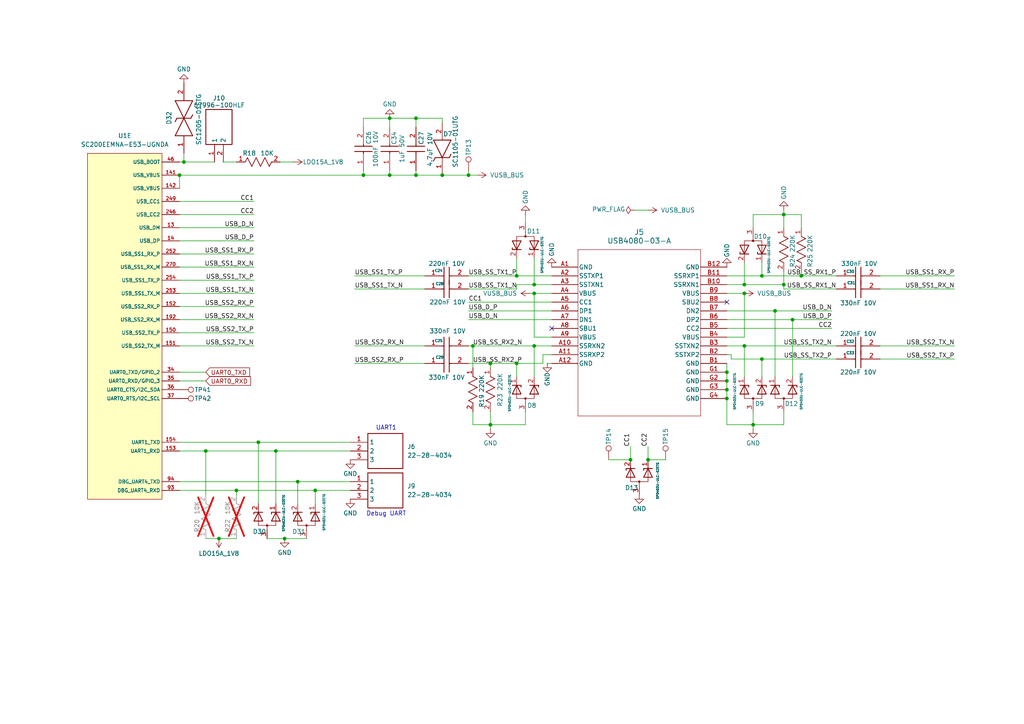
<source format=kicad_sch>
(kicad_sch (version 20250114) (generator "eeschema") (generator_version "9.0")
  (paper "A4")
  (title_block (title "USB & UARTs") (date "2025-10-07") (rev "v1.0") (company "Author: Mehmet Cihangir") (comment 1 "CamTracker"))
  (text "Debug UART" (at 112.014 149.098 0) (effects (font (size 1.27 1.27))))
  (text "UART1" (at 112.014 124.206 0) (effects (font (size 1.27 1.27))))
  (junction (at 120.65 34.29))
  (junction (at 215.9 82.55))
  (junction (at 218.44 123.19))
  (junction (at 210.82 110.49))
  (junction (at 210.82 113.03))
  (junction (at 227.33 82.55))
  (junction (at 68.58 142.24))
  (junction (at 59.69 130.81))
  (junction (at 53.34 46.99))
  (junction (at 232.41 80.01))
  (junction (at 149.86 80.01))
  (junction (at 113.03 34.29))
  (junction (at 215.9 100.33))
  (junction (at 149.86 105.41))
  (junction (at 80.01 130.81))
  (junction (at 142.24 105.41))
  (junction (at 224.79 90.17))
  (junction (at 154.94 85.09))
  (junction (at 63.5 156.21))
  (junction (at 229.87 92.71))
  (junction (at 142.24 123.19))
  (junction (at 113.03 50.8))
  (junction (at 91.44 142.24))
  (junction (at 105.41 50.8))
  (junction (at 154.94 82.55))
  (junction (at 86.36 139.7))
  (junction (at 137.16 100.33))
  (junction (at 220.98 104.14))
  (junction (at 215.9 85.09))
  (junction (at 227.33 62.23))
  (junction (at 128.27 50.8))
  (junction (at 220.98 80.01))
  (junction (at 210.82 115.57))
  (junction (at 135.89 50.8))
  (junction (at 182.88 133.35))
  (junction (at 82.55 156.21))
  (junction (at 154.94 100.33))
  (junction (at 120.65 50.8))
  (junction (at 210.82 107.95))
  (junction (at 52.07 50.8))
  (junction (at 187.96 133.35))
  (junction (at 74.93 128.27))
  (no_connect (at 210.82 87.63))
  (no_connect (at 160.02 95.25))
  (wire (pts (xy 105.41 36.83) (xy 105.41 34.29)))
  (wire (pts (xy 135.89 50.8) (xy 138.43 50.8)))
  (wire (pts (xy 154.94 100.33) (xy 160.02 100.33)))
  (wire (pts (xy 227.33 78.74) (xy 227.33 82.55)))
  (wire (pts (xy 215.9 100.33) (xy 242.57 100.33)))
  (wire (pts (xy 215.9 97.79) (xy 215.9 85.09)))
  (wire (pts (xy 52.07 77.47) (xy 73.66 77.47)))
  (wire (pts (xy 220.98 80.01) (xy 232.41 80.01)))
  (wire (pts (xy 59.69 130.81) (xy 59.69 143.51)))
  (wire (pts (xy 218.44 62.23) (xy 227.33 62.23)))
  (wire (pts (xy 255.27 104.14) (xy 276.86 104.14)))
  (wire (pts (xy 52.07 88.9) (xy 73.66 88.9)))
  (wire (pts (xy 105.41 50.8) (xy 113.03 50.8)))
  (wire (pts (xy 120.65 34.29) (xy 128.27 34.29)))
  (wire (pts (xy 160.02 82.55) (xy 154.94 82.55)))
  (wire (pts (xy 149.86 105.41) (xy 157.48 105.41)))
  (wire (pts (xy 149.86 105.41) (xy 149.86 109.22)))
  (wire (pts (xy 160.02 97.79) (xy 154.94 97.79)))
  (wire (pts (xy 142.24 123.19) (xy 152.4 123.19)))
  (wire (pts (xy 227.33 82.55) (xy 227.33 83.82)))
  (wire (pts (xy 52.07 85.09) (xy 73.66 85.09)))
  (wire (pts (xy 232.41 80.01) (xy 242.57 80.01)))
  (wire (pts (xy 154.94 85.09) (xy 160.02 85.09)))
  (wire (pts (xy 102.87 100.33) (xy 123.19 100.33)))
  (wire (pts (xy 232.41 78.74) (xy 232.41 80.01)))
  (wire (pts (xy 154.94 74.93) (xy 154.94 82.55)))
  (wire (pts (xy 52.07 100.33) (xy 73.66 100.33)))
  (wire (pts (xy 227.33 60.96) (xy 227.33 62.23)))
  (wire (pts (xy 77.47 156.21) (xy 82.55 156.21)))
  (wire (pts (xy 135.89 90.17) (xy 160.02 90.17)))
  (wire (pts (xy 210.82 107.95) (xy 210.82 105.41)))
  (wire (pts (xy 52.07 142.24) (xy 68.58 142.24)))
  (wire (pts (xy 142.24 105.41) (xy 149.86 105.41)))
  (wire (pts (xy 152.4 62.23) (xy 152.4 64.77)))
  (wire (pts (xy 52.07 69.85) (xy 73.66 69.85)))
  (wire (pts (xy 52.07 66.04) (xy 73.66 66.04)))
  (wire (pts (xy 210.82 97.79) (xy 215.9 97.79)))
  (wire (pts (xy 149.86 83.82) (xy 135.89 83.82)))
  (wire (pts (xy 218.44 119.38) (xy 218.44 123.19)))
  (wire (pts (xy 227.33 83.82) (xy 242.57 83.82)))
  (wire (pts (xy 187.96 133.35) (xy 193.04 133.35)))
  (wire (pts (xy 160.02 102.87) (xy 157.48 102.87)))
  (wire (pts (xy 91.44 142.24) (xy 91.44 146.05)))
  (wire (pts (xy 153.67 85.09) (xy 154.94 85.09)))
  (wire (pts (xy 52.07 96.52) (xy 73.66 96.52)))
  (wire (pts (xy 255.27 100.33) (xy 276.86 100.33)))
  (wire (pts (xy 210.82 95.25) (xy 241.3 95.25)))
  (wire (pts (xy 142.24 119.38) (xy 142.24 123.19)))
  (wire (pts (xy 142.24 105.41) (xy 142.24 106.68)))
  (wire (pts (xy 184.15 60.96) (xy 187.96 60.96)))
  (wire (pts (xy 102.87 80.01) (xy 123.19 80.01)))
  (wire (pts (xy 52.07 139.7) (xy 86.36 139.7)))
  (wire (pts (xy 210.82 85.09) (xy 215.9 85.09)))
  (wire (pts (xy 53.34 44.45) (xy 53.34 46.99)))
  (wire (pts (xy 86.36 139.7) (xy 101.6 139.7)))
  (wire (pts (xy 176.53 133.35) (xy 182.88 133.35)))
  (wire (pts (xy 52.07 62.23) (xy 73.66 62.23)))
  (wire (pts (xy 137.16 123.19) (xy 142.24 123.19)))
  (wire (pts (xy 224.79 90.17) (xy 224.79 109.22)))
  (wire (pts (xy 105.41 34.29) (xy 113.03 34.29)))
  (wire (pts (xy 52.07 58.42) (xy 73.66 58.42)))
  (wire (pts (xy 120.65 50.8) (xy 128.27 50.8)))
  (wire (pts (xy 105.41 49.53) (xy 105.41 50.8)))
  (wire (pts (xy 52.07 110.49) (xy 59.69 110.49)))
  (wire (pts (xy 210.82 123.19) (xy 210.82 115.57)))
  (wire (pts (xy 154.94 97.79) (xy 154.94 85.09)))
  (wire (pts (xy 210.82 82.55) (xy 215.9 82.55)))
  (wire (pts (xy 113.03 34.29) (xy 120.65 34.29)))
  (wire (pts (xy 137.16 119.38) (xy 137.16 123.19)))
  (wire (pts (xy 120.65 49.53) (xy 120.65 50.8)))
  (wire (pts (xy 149.86 80.01) (xy 160.02 80.01)))
  (wire (pts (xy 64.77 46.99) (xy 68.58 46.99)))
  (wire (pts (xy 215.9 76.2) (xy 215.9 82.55)))
  (wire (pts (xy 113.03 50.8) (xy 120.65 50.8)))
  (wire (pts (xy 135.89 105.41) (xy 142.24 105.41)))
  (wire (pts (xy 68.58 142.24) (xy 91.44 142.24)))
  (wire (pts (xy 52.07 73.66) (xy 73.66 73.66)))
  (wire (pts (xy 102.87 105.41) (xy 123.19 105.41)))
  (wire (pts (xy 210.82 100.33) (xy 215.9 100.33)))
  (wire (pts (xy 255.27 83.82) (xy 276.86 83.82)))
  (wire (pts (xy 210.82 92.71) (xy 229.87 92.71)))
  (wire (pts (xy 80.01 130.81) (xy 80.01 146.05)))
  (wire (pts (xy 63.5 156.21) (xy 68.58 156.21)))
  (wire (pts (xy 210.82 102.87) (xy 212.09 102.87)))
  (wire (pts (xy 215.9 100.33) (xy 215.9 109.22)))
  (wire (pts (xy 149.86 82.55) (xy 154.94 82.55)))
  (wire (pts (xy 255.27 80.01) (xy 276.86 80.01)))
  (wire (pts (xy 86.36 139.7) (xy 86.36 146.05)))
  (wire (pts (xy 218.44 123.19) (xy 218.44 124.46)))
  (wire (pts (xy 113.03 49.53) (xy 113.03 50.8)))
  (wire (pts (xy 210.82 113.03) (xy 210.82 110.49)))
  (wire (pts (xy 52.07 46.99) (xy 53.34 46.99)))
  (wire (pts (xy 59.69 130.81) (xy 80.01 130.81)))
  (wire (pts (xy 210.82 123.19) (xy 218.44 123.19)))
  (wire (pts (xy 74.93 128.27) (xy 101.6 128.27)))
  (wire (pts (xy 227.33 119.38) (xy 227.33 123.19)))
  (wire (pts (xy 135.89 49.53) (xy 135.89 50.8)))
  (wire (pts (xy 135.89 100.33) (xy 137.16 100.33)))
  (wire (pts (xy 120.65 34.29) (xy 120.65 36.83)))
  (wire (pts (xy 59.69 156.21) (xy 63.5 156.21)))
  (wire (pts (xy 215.9 82.55) (xy 227.33 82.55)))
  (wire (pts (xy 210.82 110.49) (xy 210.82 107.95)))
  (wire (pts (xy 102.87 83.82) (xy 123.19 83.82)))
  (wire (pts (xy 74.93 128.27) (xy 74.93 146.05)))
  (wire (pts (xy 220.98 104.14) (xy 242.57 104.14)))
  (wire (pts (xy 212.09 104.14) (xy 220.98 104.14)))
  (wire (pts (xy 224.79 90.17) (xy 241.3 90.17)))
  (wire (pts (xy 182.88 129.54) (xy 182.88 133.35)))
  (wire (pts (xy 128.27 35.56) (xy 128.27 34.29)))
  (wire (pts (xy 158.75 105.41) (xy 160.02 105.41)))
  (wire (pts (xy 227.33 62.23) (xy 227.33 66.04)))
  (wire (pts (xy 210.82 115.57) (xy 210.82 113.03)))
  (wire (pts (xy 149.86 74.93) (xy 149.86 80.01)))
  (wire (pts (xy 91.44 142.24) (xy 101.6 142.24)))
  (wire (pts (xy 52.07 128.27) (xy 74.93 128.27)))
  (wire (pts (xy 227.33 62.23) (xy 232.41 62.23)))
  (wire (pts (xy 82.55 156.21) (xy 88.9 156.21)))
  (wire (pts (xy 232.41 62.23) (xy 232.41 66.04)))
  (wire (pts (xy 227.33 123.19) (xy 218.44 123.19)))
  (wire (pts (xy 229.87 92.71) (xy 241.3 92.71)))
  (wire (pts (xy 135.89 92.71) (xy 160.02 92.71)))
  (wire (pts (xy 149.86 82.55) (xy 149.86 83.82)))
  (wire (pts (xy 135.89 80.01) (xy 149.86 80.01)))
  (wire (pts (xy 52.07 50.8) (xy 52.07 54.61)))
  (wire (pts (xy 154.94 100.33) (xy 154.94 109.22)))
  (wire (pts (xy 187.96 129.54) (xy 187.96 133.35)))
  (wire (pts (xy 68.58 142.24) (xy 68.58 143.51)))
  (wire (pts (xy 53.34 46.99) (xy 62.23 46.99)))
  (wire (pts (xy 229.87 92.71) (xy 229.87 109.22)))
  (wire (pts (xy 220.98 76.2) (xy 220.98 80.01)))
  (wire (pts (xy 220.98 104.14) (xy 220.98 109.22)))
  (wire (pts (xy 152.4 119.38) (xy 152.4 123.19)))
  (wire (pts (xy 142.24 124.46) (xy 142.24 123.19)))
  (wire (pts (xy 52.07 81.28) (xy 73.66 81.28)))
  (wire (pts (xy 113.03 34.29) (xy 113.03 36.83)))
  (wire (pts (xy 52.07 107.95) (xy 59.69 107.95)))
  (wire (pts (xy 218.44 66.04) (xy 218.44 62.23)))
  (wire (pts (xy 52.07 130.81) (xy 59.69 130.81)))
  (wire (pts (xy 210.82 90.17) (xy 224.79 90.17)))
  (wire (pts (xy 80.01 130.81) (xy 101.6 130.81)))
  (wire (pts (xy 128.27 50.8) (xy 135.89 50.8)))
  (wire (pts (xy 52.07 92.71) (xy 73.66 92.71)))
  (wire (pts (xy 210.82 80.01) (xy 220.98 80.01)))
  (wire (pts (xy 137.16 100.33) (xy 137.16 106.68)))
  (wire (pts (xy 212.09 102.87) (xy 212.09 104.14)))
  (wire (pts (xy 157.48 102.87) (xy 157.48 105.41)))
  (wire (pts (xy 81.28 46.99) (xy 85.09 46.99)))
  (wire (pts (xy 137.16 100.33) (xy 154.94 100.33)))
  (wire (pts (xy 135.89 87.63) (xy 160.02 87.63)))
  (wire (pts (xy 52.07 50.8) (xy 105.41 50.8)))
  (label "USB_SS1_RX_N" (at 73.66 77.47 180))
  (label "CC1" (at 73.66 58.42 180))
  (label "USB_SS_TX1_N" (at 135.89 83.82 0))
  (label "USB_SS2_TX_P" (at 276.86 104.14 180))
  (label "USB_SS1_TX_N" (at 102.87 83.82 0))
  (label "USB_SS1_RX_N" (at 276.86 83.82 180))
  (label "USB_SS2_RX_N" (at 102.87 100.33 0))
  (label "USB_D_N" (at 135.89 92.71 0))
  (label "USB_D_P" (at 73.66 69.85 180))
  (label "USB_SS1_TX_N" (at 73.66 85.09 180))
  (label "USB_SS2_RX_P" (at 73.66 88.9 180))
  (label "USB_SS_RX2_P" (at 137.16 105.41 0))
  (label "CC2" (at 187.96 129.54 90))
  (label "USB_SS2_TX_P" (at 73.66 96.52 180))
  (label "USB_SS2_RX_P" (at 102.87 105.41 0))
  (label "USB_SS1_TX_P" (at 102.87 80.01 0))
  (label "USB_SS_TX1_P" (at 135.89 80.01 0))
  (label "USB_SS2_TX_N" (at 276.86 100.33 180))
  (label "USB_D_N" (at 73.66 66.04 180))
  (label "USB_SS_RX2_N" (at 137.16 100.33 0))
  (label "USB_D_N" (at 241.3 90.17 180))
  (label "USB_SS_TX2_N" (at 241.3 100.33 180))
  (label "USB_SS_RX1_P" (at 242.57 80.01 180))
  (label "USB_D_P" (at 135.89 90.17 0))
  (label "USB_SS1_RX_P" (at 73.66 73.66 180))
  (label "USB_D_P" (at 241.3 92.71 180))
  (label "USB_SS_TX2_P" (at 241.3 104.14 180))
  (label "USB_SS2_RX_N" (at 73.66 92.71 180))
  (label "USB_SS1_TX_P" (at 73.66 81.28 180))
  (label "CC1" (at 182.88 129.54 90))
  (label "CC2" (at 73.66 62.23 180))
  (label "CC1" (at 135.89 87.63 0))
  (label "CC2" (at 241.3 95.25 180))
  (label "USB_SS2_TX_N" (at 73.66 100.33 180))
  (label "USB_SS1_RX_P" (at 276.86 80.01 180))
  (label "USB_SS_RX1_N" (at 242.57 83.82 180))
  (global_label "UART0_RXD" (shape input) (at 59.69 110.49 0) (property "Intersheetrefs" "${INTERSHEET_REFS}" (effects (hide yes))))
  (global_label "UART0_TXD" (shape input) (at 59.69 107.95 0) (property "Intersheetrefs" "${INTERSHEET_REFS}" (effects (hide yes))))
  (symbol (lib_id "000MCLib:SP0402U-ULC-02ETG") (at 152.4 69.85 180) (unit 1)
    (property "Reference" "D11" (at 156.718 67.056 0) (effects (justify left)))
    (property "Value" "SP0402U-ULC-02ETG" (at 157.226 68.58 90) (effects (font (size 0.635 0.635)) (justify left)))
    (property "Footprint" "000MCLib:SESD0402Q2UG0020090" (effects (hide yes)))
    (property "Datasheet" "https://componentsearchengine.com/Datasheets/1/SP0402U-ULC-02ETG.pdf" (effects (hide yes)))
    (property "Description" "ESD Suppressors / TVS Diodes 5V .2pF 20kV 2CH" (effects (hide yes)))
    (property "Manufacturer" "LITTELFUSE" (effects (hide yes)))
    (property "Part Number" "SP0402U-ULC-02ETG" (effects (hide yes)))
  )
  (symbol (lib_id "000MCLib:RC0402FR-07220KL") (at 137.16 113.03 90) (unit 1)
    (property "Reference" "R19" (at 139.7 114.3 0) (effects (justify right)))
    (property "Value" "220K" (at 139.7 108.712 0) (effects (justify right)))
    (property "Footprint" "000MCLib:RC0402N_YAG" (effects (hide yes)))
    (property "Description" "Resistor 220K 1/16W CH0402" (effects (hide yes)))
    (property "Manufacturer" "YAGEO" (effects (hide yes)))
    (property "Part Number" "RC0402FR-07220KL" (effects (hide yes)))
  )
  (symbol (lib_id "power:GND") (at 158.75 105.41 0) (unit 1)
    (property "Reference" "#PWR036" (effects (hide yes)))
    (property "Value" "GND" (at 158.75 109.982 90))
    (property "Description" "Power symbol creates a global label with name \"GND\" , ground" (effects (hide yes)))
  )
  (symbol (lib_id "000MCLib:SP0402U-ULC-02ETG") (at 185.42 138.43 0) (mirror y) (unit 1)
    (property "Reference" "D13" (at 185.166 141.478 0) (effects (justify left)))
    (property "Value" "SP0402U-ULC-02ETG" (at 190.754 144.78 90) (effects (font (size 0.635 0.635)) (justify left)))
    (property "Footprint" "000MCLib:SESD0402Q2UG0020090" (effects (hide yes)))
    (property "Datasheet" "https://componentsearchengine.com/Datasheets/1/SP0402U-ULC-02ETG.pdf" (effects (hide yes)))
    (property "Description" "ESD Suppressors / TVS Diodes 5V .2pF 20kV 2CH" (effects (hide yes)))
    (property "Manufacturer" "LITTELFUSE" (effects (hide yes)))
    (property "Part Number" "SP0402U-ULC-02ETG" (effects (hide yes)))
  )
  (symbol (lib_id "power:VDD") (at 138.43 50.8 270) (unit 1)
    (property "Reference" "#PWR033" (effects (hide yes)))
    (property "Value" "VUSB_BUS" (at 147.066 50.8 90))
    (property "Description" "Power symbol creates a global label with name \"VDD\"" (effects (hide yes)))
  )
  (symbol (lib_id "power:GND") (at 53.34 24.13 180) (unit 1)
    (property "Reference" "#PWR098" (effects (hide yes)))
    (property "Value" "GND" (at 53.34 20.066 0))
    (property "Description" "Power symbol creates a global label with name \"GND\" , ground" (effects (hide yes)))
  )
  (symbol (lib_id "000MCLib:22-28-4034") (at 111.76 130.81 0) (unit 1)
    (property "Reference" "J6" (at 118.11 129.5399 0) (effects (justify left)))
    (property "Value" "22-28-4034" (at 118.11 132.0799 0) (effects (justify left)))
    (property "Footprint" "000MCLib:HDRV3W66P0X254_1X3_762X249X1042P" (effects (hide yes)))
    (property "Description" "Connector 3P 2.54mm Male Header" (effects (hide yes)))
    (property "Manufacturer" "Molex" (effects (hide yes)))
    (property "Part Number" "22-28-4034" (effects (hide yes)))
  )
  (symbol (lib_id "000MCLib:SP0402U-ULC-02ETG") (at 227.33 114.3 0) (unit 1)
    (property "Reference" "D12" (at 227.584 117.094 0) (effects (justify left)))
    (property "Value" "SP0402U-ULC-02ETG" (at 232.41 118.872 90) (effects (font (size 0.635 0.635)) (justify left)))
    (property "Footprint" "000MCLib:SESD0402Q2UG0020090" (effects (hide yes)))
    (property "Datasheet" "https://componentsearchengine.com/Datasheets/1/SP0402U-ULC-02ETG.pdf" (effects (hide yes)))
    (property "Description" "ESD Suppressors / TVS Diodes 5V .2pF 20kV 2CH" (effects (hide yes)))
    (property "Manufacturer" "LITTELFUSE" (effects (hide yes)))
    (property "Part Number" "SP0402U-ULC-02ETG" (effects (hide yes)))
  )
  (symbol (lib_id "000MCLib:LMK107BJ475KA-T") (at 120.65 43.18 90) (unit 1)
    (property "Reference" "C27" (at 122.174 38.1 0) (effects (justify right)))
    (property "Value" "4.7uF 10V" (at 124.714 38.354 0) (effects (justify right)))
    (property "Footprint" "000MCLib:CAPC1608X90N" (effects (hide yes)))
    (property "Description" "Capacitor 4.7uF 10V X5R MLCC +/-10% 0603" (effects (hide yes)))
    (property "Manufacturer" "TAIYO YUDEN" (effects (hide yes)))
    (property "Part Number" "LMK107BJ475KA-T" (effects (hide yes)))
  )
  (symbol (lib_id "power:GND") (at 82.55 156.21 0) (unit 1)
    (property "Reference" "#PWR0162" (effects (hide yes)))
    (property "Value" "GND" (at 82.55 160.274 0))
    (property "Description" "Power symbol creates a global label with name \"GND\" , ground" (effects (hide yes)))
  )
  (symbol (lib_id "000MCLib:TestPoint") (at 193.04 133.35 0) (unit 1)
    (property "Reference" "TP15" (at 193.04 129.032 90) (effects (justify left)))
    (property "Value" "Sens_M" (effects (hide yes)))
    (property "Footprint" "TestPoint:TestPoint_Pad_D1.0mm" (effects (hide yes)))
    (property "Description" "test point" (effects (hide yes)))
  )
  (symbol (lib_id "power:VDD") (at 85.09 46.99 270) (unit 1)
    (property "Reference" "#PWR017" (effects (hide yes)))
    (property "Value" "LDO15A_1V8" (at 93.726 46.99 90))
    (property "Description" "Power symbol creates a global label with name \"VDD\"" (effects (hide yes)))
  )
  (symbol (lib_id "000MCLib:GRM155R61A334KE15D") (at 129.54 105.41 0) (unit 1)
    (property "Reference" "C29" (at 127.508 103.632 0) (effects (font (size 0.762 0.762))))
    (property "Value" "330nF 10V" (at 129.54 109.474 0))
    (property "Footprint" "000MCLib:CAPC1005X55N" (effects (hide yes)))
    (property "Datasheet" "http://www.murata.com/~/media/webrenewal/support/library/catalog/products/capacitor/mlcc/c02e.pdf" (effects (hide yes)))
    (property "Description" "Capacitor 330nF, 10V, X5R, 0402" (effects (hide yes)))
    (property "Manufacturer" "Murata Electronics" (effects (hide yes)))
    (property "Part Number" "GRM155R61A334KE15D" (effects (hide yes)))
  )
  (symbol (lib_id "power:GND") (at 113.03 34.29 180) (unit 1)
    (property "Reference" "#PWR031" (effects (hide yes)))
    (property "Value" "GND" (at 113.03 30.226 0))
    (property "Description" "Power symbol creates a global label with name \"GND\" , ground" (effects (hide yes)))
  )
  (symbol (lib_id "000MCLib:TestPoint") (at 176.53 133.35 0) (unit 1)
    (property "Reference" "TP14" (at 176.53 129.032 90) (effects (justify left)))
    (property "Value" "Sens_M" (effects (hide yes)))
    (property "Footprint" "TestPoint:TestPoint_Pad_D1.0mm" (effects (hide yes)))
    (property "Description" "test point" (effects (hide yes)))
  )
  (symbol (lib_id "000MCLib:SC1105-01UTG") (at 128.27 43.18 90) (unit 1)
    (property "Reference" "D7" (at 128.524 38.862 90) (effects (justify right)))
    (property "Value" "SC1105-01UTG" (at 132.08 33.528 0) (effects (justify right)))
    (property "Footprint" "000MCLib:SC110501UTG" (effects (hide yes)))
    (property "Datasheet" "https://www.littelfuse.com/~/media/electronics/datasheets/tvs_diode_arrays/littelfuse_tvs_diode_array_sc11xx_datasheet.pdf.pdf" (effects (hide yes)))
    (property "Description" "ESD Suppressors / TVS Diodes TVS DIODE 30KV" (effects (hide yes)))
    (property "Manufacturer" "LITTELFUSE" (effects (hide yes)))
    (property "Part Number" "SC1105-01UTG" (effects (hide yes)))
  )
  (symbol (lib_id "power:GND") (at 185.42 143.51 0) (unit 1)
    (property "Reference" "#PWR043" (effects (hide yes)))
    (property "Value" "GND" (at 185.42 147.574 0))
    (property "Description" "Power symbol creates a global label with name \"GND\" , ground" (effects (hide yes)))
  )
  (symbol (lib_id "000MCLib:SC200E") (at 36.83 95.25 0) (unit 5)
    (property "Reference" "U1" (at 36.195 39.37 0))
    (property "Value" "SC200EEMNA-E53-UGNDA" (at 36.195 41.91 0))
    (property "Footprint" "000MCLib:SC200E_SC206E" (effects (hide yes)))
    (property "Description" "SC200E Smart Module" (effects (hide yes)))
    (property "Manufacturer" "Quectel" (effects (hide yes)))
    (property "Part Number" "SC200EEMNA-E53-UGNDA" (effects (hide yes)))
  )
  (symbol (lib_id "power:VDD") (at 63.5 156.21 180) (unit 1)
    (property "Reference" "#PWR021" (effects (hide yes)))
    (property "Value" "LDO15A_1V8" (at 63.5 160.528 0))
    (property "Description" "Power symbol creates a global label with name \"VDD\"" (effects (hide yes)))
  )
  (symbol (lib_id "power:VDD") (at 187.96 60.96 270) (unit 1)
    (property "Reference" "#PWR044" (effects (hide yes)))
    (property "Value" "VUSB_BUS" (at 196.596 60.96 90))
    (property "Description" "Power symbol creates a global label with name \"VDD\"" (effects (hide yes)))
  )
  (symbol (lib_id "power:GND") (at 160.02 77.47 180) (unit 1)
    (property "Reference" "#PWR038" (effects (hide yes)))
    (property "Value" "GND" (at 160.02 72.39 90))
    (property "Description" "Power symbol creates a global label with name \"GND\" , ground" (effects (hide yes)))
  )
  (symbol (lib_id "power:GND") (at 152.4 62.23 180) (unit 1)
    (property "Reference" "#PWR042" (effects (hide yes)))
    (property "Value" "GND" (at 152.4 57.15 90))
    (property "Description" "Power symbol creates a global label with name \"GND\" , ground" (effects (hide yes)))
  )
  (symbol (lib_id "000MCLib:GRM155R61A224JE19D") (at 248.92 104.14 0) (unit 1)
    (property "Reference" "C33" (at 246.634 102.362 0) (effects (font (size 0.762 0.762))))
    (property "Value" "220nF 10V" (at 248.92 107.95 0))
    (property "Footprint" "000MCLib:CAPC1005X55N" (effects (hide yes)))
    (property "Datasheet" "http://www.murata.com/~/media/webrenewal/support/library/catalog/products/capacitor/mlcc/c02e.pdf" (effects (hide yes)))
    (property "Description" "Capacitor 220nF, 10V, X5R, 0402" (effects (hide yes)))
    (property "Manufacturer" "Murata Electronics" (effects (hide yes)))
    (property "Part Number" "GRM155R61A224JE19D" (effects (hide yes)))
  )
  (symbol (lib_id "000MCLib:22-28-4034") (at 111.76 142.24 0) (unit 1)
    (property "Reference" "J9" (at 118.11 140.9699 0) (effects (justify left)))
    (property "Value" "22-28-4034" (at 118.11 143.5099 0) (effects (justify left)))
    (property "Footprint" "000MCLib:HDRV3W66P0X254_1X3_762X249X1042P" (effects (hide yes)))
    (property "Description" "Connector 3P 2.54mm Male Header" (effects (hide yes)))
    (property "Manufacturer" "Molex" (effects (hide yes)))
    (property "Part Number" "22-28-4034" (effects (hide yes)))
  )
  (symbol (lib_id "power:GND") (at 101.6 144.78 0) (unit 1)
    (property "Reference" "#PWR020" (effects (hide yes)))
    (property "Value" "GND" (at 101.6 148.844 0))
    (property "Description" "Power symbol creates a global label with name \"GND\" , ground" (effects (hide yes)))
  )
  (symbol (lib_id "000MCLib:GRM155R61A224JE19D") (at 129.54 80.01 0) (unit 1)
    (property "Reference" "C24" (at 127.254 78.486 0) (effects (font (size 0.762 0.762))))
    (property "Value" "220nF 10V" (at 129.54 76.454 0))
    (property "Footprint" "000MCLib:CAPC1005X55N" (effects (hide yes)))
    (property "Datasheet" "http://www.murata.com/~/media/webrenewal/support/library/catalog/products/capacitor/mlcc/c02e.pdf" (effects (hide yes)))
    (property "Description" "Capacitor 220nF, 10V, X5R, 0402" (effects (hide yes)))
    (property "Manufacturer" "Murata Electronics" (effects (hide yes)))
    (property "Part Number" "GRM155R61A224JE19D" (effects (hide yes)))
  )
  (symbol (lib_id "000MCLib:SP0402U-ULC-02ETG") (at 152.4 114.3 0) (unit 1)
    (property "Reference" "D8" (at 152.908 117.602 0) (effects (justify left)))
    (property "Value" "SP0402U-ULC-02ETG" (at 147.828 119.38 90) (effects (font (size 0.635 0.635)) (justify left)))
    (property "Footprint" "000MCLib:SESD0402Q2UG0020090" (effects (hide yes)))
    (property "Datasheet" "https://componentsearchengine.com/Datasheets/1/SP0402U-ULC-02ETG.pdf" (effects (hide yes)))
    (property "Description" "ESD Suppressors / TVS Diodes 5V .2pF 20kV 2CH" (effects (hide yes)))
    (property "Manufacturer" "LITTELFUSE" (effects (hide yes)))
    (property "Part Number" "SP0402U-ULC-02ETG" (effects (hide yes)))
  )
  (symbol (lib_id "000MCLib:TestPoint") (at 52.07 115.57 270) (unit 1)
    (property "Reference" "TP42" (at 56.388 115.57 90) (effects (justify left)))
    (property "Value" "Sens_M" (effects (hide yes)))
    (property "Footprint" "TestPoint:TestPoint_Pad_D1.0mm" (effects (hide yes)))
    (property "Description" "test point" (effects (hide yes)))
  )
  (symbol (lib_id "000MCLib:RC0402FR-07220KL") (at 142.24 113.03 90) (unit 1)
    (property "Reference" "R23" (at 145.034 114.046 0) (effects (justify right)))
    (property "Value" "220K" (at 145.034 108.204 0) (effects (justify right)))
    (property "Footprint" "000MCLib:RC0402N_YAG" (effects (hide yes)))
    (property "Description" "Resistor 220K 1/16W CH0402" (effects (hide yes)))
    (property "Manufacturer" "YAGEO" (effects (hide yes)))
    (property "Part Number" "RC0402FR-07220KL" (effects (hide yes)))
  )
  (symbol (lib_id "power:GND") (at 101.6 133.35 0) (unit 1)
    (property "Reference" "#PWR018" (effects (hide yes)))
    (property "Value" "GND" (at 101.6 137.414 0))
    (property "Description" "Power symbol creates a global label with name \"GND\" , ground" (effects (hide yes)))
  )
  (symbol (lib_id "000MCLib:SC1205-01ETG") (at 53.34 34.29 90) (unit 1)
    (property "Reference" "D32" (at 49.022 32.258 0) (effects (justify right)))
    (property "Value" "SC1205-01ETG" (at 57.658 27.178 0) (effects (justify right)))
    (property "Footprint" "000MCLib:SC120501ETG" (effects (hide yes)))
    (property "Datasheet" "https://www.littelfuse.com/media?resourcetype=datasheets&itemid=fff6fc88-c477-4ea4-984b-6b98f832da15&filename=littelfuse-tvs-diode-array-sc1205-01etg-datasheet-1" (effects (hide yes)))
    (property "Description" "TVS Diode, General Purpose Surge Protection" (effects (hide yes)))
    (property "Manufacturer" "Littelfuse" (effects (hide yes)))
    (property "Part Number" "SC1205-01ETG" (effects (hide yes)))
  )
  (symbol (lib_id "power:GND") (at 218.44 124.46 0) (unit 1)
    (property "Reference" "#PWR041" (effects (hide yes)))
    (property "Value" "GND" (at 218.44 128.524 0))
    (property "Description" "Power symbol creates a global label with name \"GND\" , ground" (effects (hide yes)))
  )
  (symbol (lib_id "000MCLib:RC0402JR-0710KL") (at 59.69 149.86 270) (unit 1) (in_bom no) (dnp yes)
    (property "Reference" "R20" (at 57.15 154.432 0) (effects (justify right)))
    (property "Value" "10K" (at 57.15 147.32 0))
    (property "Footprint" "000MCLib:RC0402N_YAG" (effects (hide yes)))
    (property "Description" "Resistor 10K 1/16W CH0402" (effects (hide yes)))
    (property "Manufacturer" "YAGEO" (effects (hide yes)))
    (property "Part Number" "RC0402JR-0710KL" (effects (hide yes)))
  )
  (symbol (lib_id "power:VDD") (at 215.9 85.09 270) (unit 1)
    (property "Reference" "#PWR035" (effects (hide yes)))
    (property "Value" "VUSB_BUS" (at 224.536 85.09 90))
    (property "Description" "Power symbol creates a global label with name \"VDD\"" (effects (hide yes)))
  )
  (symbol (lib_id "000MCLib:SP0402U-ULC-02ETG") (at 88.9 151.13 0) (mirror y) (unit 1)
    (property "Reference" "D31" (at 88.646 154.178 0) (effects (justify left)))
    (property "Value" "SP0402U-ULC-02ETG" (at 93.98 153.924 90) (effects (font (size 0.635 0.635)) (justify left)))
    (property "Footprint" "000MCLib:SESD0402Q2UG0020090" (effects (hide yes)))
    (property "Datasheet" "https://componentsearchengine.com/Datasheets/1/SP0402U-ULC-02ETG.pdf" (effects (hide yes)))
    (property "Description" "ESD Suppressors / TVS Diodes 5V .2pF 20kV 2CH" (effects (hide yes)))
    (property "Manufacturer" "LITTELFUSE" (effects (hide yes)))
    (property "Part Number" "SP0402U-ULC-02ETG" (effects (hide yes)))
  )
  (symbol (lib_id "power:VDD") (at 153.67 85.09 90) (unit 1)
    (property "Reference" "#PWR034" (effects (hide yes)))
    (property "Value" "VUSB_BUS" (at 145.034 85.09 90))
    (property "Description" "Power symbol creates a global label with name \"VDD\"" (effects (hide yes)))
  )
  (symbol (lib_id "000MCLib:GRM155R71A104KA01D") (at 105.41 43.18 90) (unit 1)
    (property "Reference" "C26" (at 106.934 41.91 0) (effects (justify left)))
    (property "Value" "100nF 10V" (at 108.204 48.514 0) (effects (justify left top)))
    (property "Footprint" "000MCLib:CAPC1005X55N" (effects (hide yes)))
    (property "Datasheet" "http://www.murata.com/~/media/webrenewal/support/library/catalog/products/capacitor/mlcc/c02e.pdf" (effects (hide yes)))
    (property "Description" "Capacitor 100nF, 10V, X7R, 0402" (effects (hide yes)))
    (property "Manufacturer" "Murata Electronics" (effects (hide yes)))
    (property "Part Number" "GRM155R71A104KA01D" (effects (hide yes)))
  )
  (symbol (lib_id "000MCLib:RC0402JR-0710KL") (at 74.93 46.99 180) (unit 1)
    (property "Reference" "R18" (at 70.358 44.45 0) (effects (justify right)))
    (property "Value" "10K" (at 77.47 44.45 0))
    (property "Footprint" "000MCLib:RC0402N_YAG" (effects (hide yes)))
    (property "Description" "Resistor 10K 1/16W CH0402" (effects (hide yes)))
    (property "Manufacturer" "YAGEO" (effects (hide yes)))
    (property "Part Number" "RC0402JR-0710KL" (effects (hide yes)))
  )
  (symbol (lib_id "000MCLib:RC0402FR-07220KL") (at 227.33 72.39 90) (unit 1)
    (property "Reference" "R24" (at 229.87 73.66 0) (effects (justify right)))
    (property "Value" "220K" (at 229.87 68.072 0) (effects (justify right)))
    (property "Footprint" "000MCLib:RC0402N_YAG" (effects (hide yes)))
    (property "Description" "Resistor 220K 1/16W CH0402" (effects (hide yes)))
    (property "Manufacturer" "YAGEO" (effects (hide yes)))
    (property "Part Number" "RC0402FR-07220KL" (effects (hide yes)))
  )
  (symbol (lib_id "000MCLib:TestPoint") (at 52.07 113.03 270) (unit 1)
    (property "Reference" "TP41" (at 56.388 113.03 90) (effects (justify left)))
    (property "Value" "Sens_M" (effects (hide yes)))
    (property "Footprint" "TestPoint:TestPoint_Pad_D1.0mm" (effects (hide yes)))
    (property "Description" "test point" (effects (hide yes)))
  )
  (symbol (lib_id "000MCLib:GRM155R61A334KE15D") (at 129.54 100.33 0) (unit 1)
    (property "Reference" "C25" (at 127.254 98.806 0) (effects (font (size 0.762 0.762))))
    (property "Value" "330nF 10V" (at 129.794 96.012 0))
    (property "Footprint" "000MCLib:CAPC1005X55N" (effects (hide yes)))
    (property "Datasheet" "http://www.murata.com/~/media/webrenewal/support/library/catalog/products/capacitor/mlcc/c02e.pdf" (effects (hide yes)))
    (property "Description" "Capacitor 330nF, 10V, X5R, 0402" (effects (hide yes)))
    (property "Manufacturer" "Murata Electronics" (effects (hide yes)))
    (property "Part Number" "GRM155R61A334KE15D" (effects (hide yes)))
  )
  (symbol (lib_id "power:GND") (at 210.82 77.47 180) (unit 1)
    (property "Reference" "#PWR039" (effects (hide yes)))
    (property "Value" "GND" (at 210.82 72.644 90))
    (property "Description" "Power symbol creates a global label with name \"GND\" , ground" (effects (hide yes)))
  )
  (symbol (lib_id "000MCLib:GRM155R61A224JE19D") (at 248.92 100.33 0) (unit 1)
    (property "Reference" "C32" (at 246.634 99.06 0) (effects (font (size 0.762 0.762))))
    (property "Value" "220nF 10V" (at 248.92 96.774 0))
    (property "Footprint" "000MCLib:CAPC1005X55N" (effects (hide yes)))
    (property "Datasheet" "http://www.murata.com/~/media/webrenewal/support/library/catalog/products/capacitor/mlcc/c02e.pdf" (effects (hide yes)))
    (property "Description" "Capacitor 220nF, 10V, X5R, 0402" (effects (hide yes)))
    (property "Manufacturer" "Murata Electronics" (effects (hide yes)))
    (property "Part Number" "GRM155R61A224JE19D" (effects (hide yes)))
  )
  (symbol (lib_id "000MCLib:RC0402FR-07220KL") (at 232.41 72.39 90) (unit 1)
    (property "Reference" "R25" (at 234.95 73.66 0) (effects (justify right)))
    (property "Value" "220K" (at 234.95 68.072 0) (effects (justify right)))
    (property "Footprint" "000MCLib:RC0402N_YAG" (effects (hide yes)))
    (property "Description" "Resistor 220K 1/16W CH0402" (effects (hide yes)))
    (property "Manufacturer" "YAGEO" (effects (hide yes)))
    (property "Part Number" "RC0402FR-07220KL" (effects (hide yes)))
  )
  (symbol (lib_id "power:GND") (at 142.24 124.46 0) (unit 1)
    (property "Reference" "#PWR032" (effects (hide yes)))
    (property "Value" "GND" (at 142.24 128.524 0))
    (property "Description" "Power symbol creates a global label with name \"GND\" , ground" (effects (hide yes)))
  )
  (symbol (lib_id "000MCLib:SP0402U-ULC-02ETG") (at 218.44 114.3 0) (unit 1)
    (property "Reference" "D9" (at 218.948 117.094 0) (effects (justify left)))
    (property "Value" "SP0402U-ULC-02ETG" (at 213.106 118.872 90) (effects (font (size 0.635 0.635)) (justify left)))
    (property "Footprint" "000MCLib:SESD0402Q2UG0020090" (effects (hide yes)))
    (property "Datasheet" "https://componentsearchengine.com/Datasheets/1/SP0402U-ULC-02ETG.pdf" (effects (hide yes)))
    (property "Description" "ESD Suppressors / TVS Diodes 5V .2pF 20kV 2CH" (effects (hide yes)))
    (property "Manufacturer" "LITTELFUSE" (effects (hide yes)))
    (property "Part Number" "SP0402U-ULC-02ETG" (effects (hide yes)))
  )
  (symbol (lib_id "000MCLib:SP0402U-ULC-02ETG") (at 218.44 71.12 180) (unit 1)
    (property "Reference" "D10" (at 222.504 68.58 0) (effects (justify left)))
    (property "Value" "SP0402U-ULC-02ETG" (at 223.012 68.58 90) (effects (font (size 0.635 0.635)) (justify left)))
    (property "Footprint" "000MCLib:SESD0402Q2UG0020090" (effects (hide yes)))
    (property "Datasheet" "https://componentsearchengine.com/Datasheets/1/SP0402U-ULC-02ETG.pdf" (effects (hide yes)))
    (property "Description" "ESD Suppressors / TVS Diodes 5V .2pF 20kV 2CH" (effects (hide yes)))
    (property "Manufacturer" "LITTELFUSE" (effects (hide yes)))
    (property "Part Number" "SP0402U-ULC-02ETG" (effects (hide yes)))
  )
  (symbol (lib_id "power:PWR_FLAG") (at 184.15 60.96 90) (unit 1)
    (property "Reference" "#FLG03" (effects (hide yes)))
    (property "Value" "PWR_FLAG" (at 176.53 60.706 90))
    (property "Description" "Special symbol for telling ERC where power comes from" (effects (hide yes)))
  )
  (symbol (lib_id "000MCLib:67996-100HLF") (at 63.5 36.83 90) (unit 1)
    (property "Reference" "J10" (at 61.722 28.448 90) (effects (justify right)))
    (property "Value" "67996-100HLF" (at 56.134 30.48 90) (effects (justify right)))
    (property "Footprint" "000MCLib:HDRV2W67P254_2X1_254X483X858P" (effects (hide yes)))
    (property "Datasheet" "https://cdn.amphenol-cs.com/media/wysiwyg/files/drawing/67996.pdf" (effects (hide yes)))
    (property "Description" "Connector 2P 2.54mm Header" (effects (hide yes)))
    (property "Manufacturer" "Amphenol Communications Solutions" (effects (hide yes)))
    (property "Part Number" "67996-100HLF" (effects (hide yes)))
  )
  (symbol (lib_id "000MCLib:SP0402U-ULC-02ETG") (at 77.47 151.13 0) (mirror y) (unit 1)
    (property "Reference" "D30" (at 77.216 154.178 0) (effects (justify left)))
    (property "Value" "SP0402U-ULC-02ETG" (at 82.296 154.178 90) (effects (font (size 0.635 0.635)) (justify left)))
    (property "Footprint" "000MCLib:SESD0402Q2UG0020090" (effects (hide yes)))
    (property "Datasheet" "https://componentsearchengine.com/Datasheets/1/SP0402U-ULC-02ETG.pdf" (effects (hide yes)))
    (property "Description" "ESD Suppressors / TVS Diodes 5V .2pF 20kV 2CH" (effects (hide yes)))
    (property "Manufacturer" "LITTELFUSE" (effects (hide yes)))
    (property "Part Number" "SP0402U-ULC-02ETG" (effects (hide yes)))
  )
  (symbol (lib_id "power:GND") (at 227.33 60.96 180) (unit 1)
    (property "Reference" "#PWR040" (effects (hide yes)))
    (property "Value" "GND" (at 227.33 55.88 90))
    (property "Description" "Power symbol creates a global label with name \"GND\" , ground" (effects (hide yes)))
  )
  (symbol (lib_id "000MCLib:GRM155R61A334KE15D") (at 248.92 80.01 0) (unit 1)
    (property "Reference" "C30" (at 246.634 78.74 0) (effects (font (size 0.762 0.762))))
    (property "Value" "330nF 10V" (at 249.174 76.454 0))
    (property "Footprint" "000MCLib:CAPC1005X55N" (effects (hide yes)))
    (property "Datasheet" "http://www.murata.com/~/media/webrenewal/support/library/catalog/products/capacitor/mlcc/c02e.pdf" (effects (hide yes)))
    (property "Description" "Capacitor 330nF, 10V, X5R, 0402" (effects (hide yes)))
    (property "Manufacturer" "Murata Electronics" (effects (hide yes)))
    (property "Part Number" "GRM155R61A334KE15D" (effects (hide yes)))
  )
  (symbol (lib_id "000MCLib:GRM155R61A334KE15D") (at 248.92 83.82 0) (unit 1)
    (property "Reference" "C31" (at 246.888 82.042 0) (effects (font (size 0.762 0.762))))
    (property "Value" "330nF 10V" (at 248.92 87.884 0))
    (property "Footprint" "000MCLib:CAPC1005X55N" (effects (hide yes)))
    (property "Datasheet" "http://www.murata.com/~/media/webrenewal/support/library/catalog/products/capacitor/mlcc/c02e.pdf" (effects (hide yes)))
    (property "Description" "Capacitor 330nF, 10V, X5R, 0402" (effects (hide yes)))
    (property "Manufacturer" "Murata Electronics" (effects (hide yes)))
    (property "Part Number" "GRM155R61A334KE15D" (effects (hide yes)))
  )
  (symbol (lib_id "000MCLib:GRM155R61H105KE05D") (at 113.03 43.18 90) (unit 1)
    (property "Reference" "C34" (at 114.3 38.1 0) (effects (justify right)))
    (property "Value" "1uF 50V" (at 116.586 39.116 0) (effects (justify right)))
    (property "Footprint" "000MCLib:CAPC1005X55N" (effects (hide yes)))
    (property "Datasheet" "https://search.murata.co.jp/Ceramy/image/img/A01X/G101/ENG/GRM155R61H105KE05-01A.pdf" (effects (hide yes)))
    (property "Description" "Capacitor 1uF, 50V, X5R, 0402" (effects (hide yes)))
    (property "Manufacturer" "Murata Electronics" (effects (hide yes)))
    (property "Part Number" "GRM155R61H105KE05D" (effects (hide yes)))
  )
  (symbol (lib_id "000MCLib:USB4080-03-A") (at 185.42 91.44 0) (unit 1)
    (property "Reference" "J5" (at 185.42 67.31 0) (effects (font (size 1.524 1.524))))
    (property "Value" "USB4080-03-A" (at 185.42 69.85 0) (effects (font (size 1.524 1.524))))
    (property "Footprint" "000MCLib:GCT_USB4080-03-A_REVA" (effects (hide yes)))
    (property "Datasheet" "USB4080-03-A" (effects (hide yes)))
    (property "Description" "Connector USB Type-C" (effects (hide yes)))
    (property "Manufacturer" "GCT" (effects (hide yes)))
    (property "Part Number" "USB4080-03-A" (effects (hide yes)))
  )
  (symbol (lib_id "000MCLib:GRM155R61A224JE19D") (at 129.54 83.82 0) (unit 1)
    (property "Reference" "C28" (at 127.508 82.296 0) (effects (font (size 0.762 0.762))))
    (property "Value" "220nF 10V" (at 129.794 87.63 0))
    (property "Footprint" "000MCLib:CAPC1005X55N" (effects (hide yes)))
    (property "Datasheet" "http://www.murata.com/~/media/webrenewal/support/library/catalog/products/capacitor/mlcc/c02e.pdf" (effects (hide yes)))
    (property "Description" "Capacitor 220nF, 10V, X5R, 0402" (effects (hide yes)))
    (property "Manufacturer" "Murata Electronics" (effects (hide yes)))
    (property "Part Number" "GRM155R61A224JE19D" (effects (hide yes)))
  )
  (symbol (lib_id "000MCLib:TestPoint") (at 135.89 49.53 0) (unit 1)
    (property "Reference" "TP13" (at 135.89 45.212 90) (effects (justify left)))
    (property "Value" "Sens_M" (effects (hide yes)))
    (property "Footprint" "TestPoint:TestPoint_Pad_D1.0mm" (effects (hide yes)))
    (property "Description" "test point" (effects (hide yes)))
  )
  (symbol (lib_id "000MCLib:RC0402JR-0710KL") (at 68.58 149.86 270) (unit 1) (in_bom no) (dnp yes)
    (property "Reference" "R22" (at 66.04 154.432 0) (effects (justify right)))
    (property "Value" "10K" (at 66.04 147.32 0))
    (property "Footprint" "000MCLib:RC0402N_YAG" (effects (hide yes)))
    (property "Description" "Resistor 10K 1/16W CH0402" (effects (hide yes)))
    (property "Manufacturer" "YAGEO" (effects (hide yes)))
    (property "Part Number" "RC0402JR-0710KL" (effects (hide yes)))
  )
)
</source>
